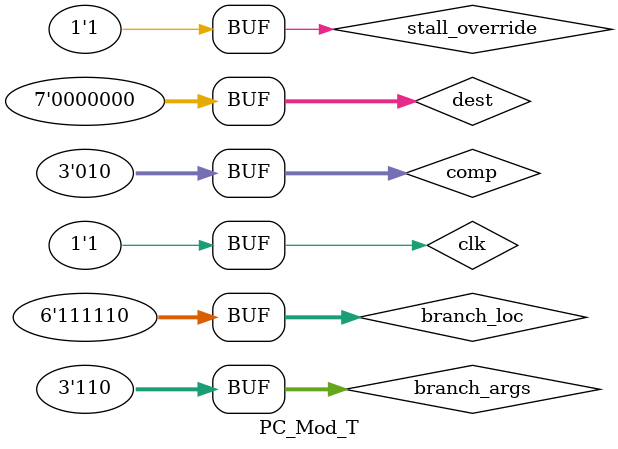
<source format=v>
`timescale 1ns / 1ps


module PC_Mod_T;

	// Inputs
	reg [5:0] branch_loc;
	reg stall_override;
	reg [6:0] dest;
	reg clk;
	reg [2:0] branch_args;
	reg [2:0] comp;

	// Outputs
	wire [5:0] out;

	// Instantiate the Unit Under Test (UUT)
	PC_Mod uut (
		.branch_loc(branch_loc), 
		.stall_override(stall_override), 
		.dest(dest), 
		.out(out), 
		.clk(clk), 
		.branch_args(branch_args), 
		.comp(comp)
	);

	initial begin
		// Initialize Inputs
		branch_loc = -2;
		stall_override = 0;
		dest = 0;
		branch_args = 0;
		comp = 3'b010;

		// Wait 100 ns for global reset to finish
		clk = 0;		
		#100;
 		clk = 1;		
		#100;

		clk = 0;		
		#100;
 		clk = 1;		
		#100;   
		
		clk = 0;		
		#100;
 		clk = 1;		
		#100;   		
		// Add stimulus here
		
		dest = 7'b0100001;
		clk = 0;		
		#100;
 		clk = 1;		
		#100;

		clk = 0;		
		#100;
 		clk = 1;		
		#100;   
		
		clk = 0;		
		#100;
 		clk = 1;		
		#100;  
		
		stall_override = 1'b1;
		clk = 0;		
		#100;
 		clk = 1;		
		#100;

		clk = 0;		
		#100;
 		clk = 1;		
		#100;   
		
		clk = 0;		
		#100;
 		clk = 1;		
		#100;  

		dest = 7'b0100000;
		branch_args = 3'b100;
		
		clk = 0;		
		#100;
 		clk = 1;		
		#100;

		clk = 0;		
		#100;
 		clk = 1;		
		#100;   
		
		clk = 0;		
		#100;
 		clk = 1;		
		#100;  
		branch_args = 3'b110;
		
		clk = 0;		
		#100;
 		clk = 1;		
		#100;	

		dest = 7'b0000000;
		
		clk = 0;		
		#100;
 		clk = 1;		
		#100;   
		
		clk = 0;		
		#100;
 		clk = 1;		
		#100;
	end
      
endmodule


</source>
